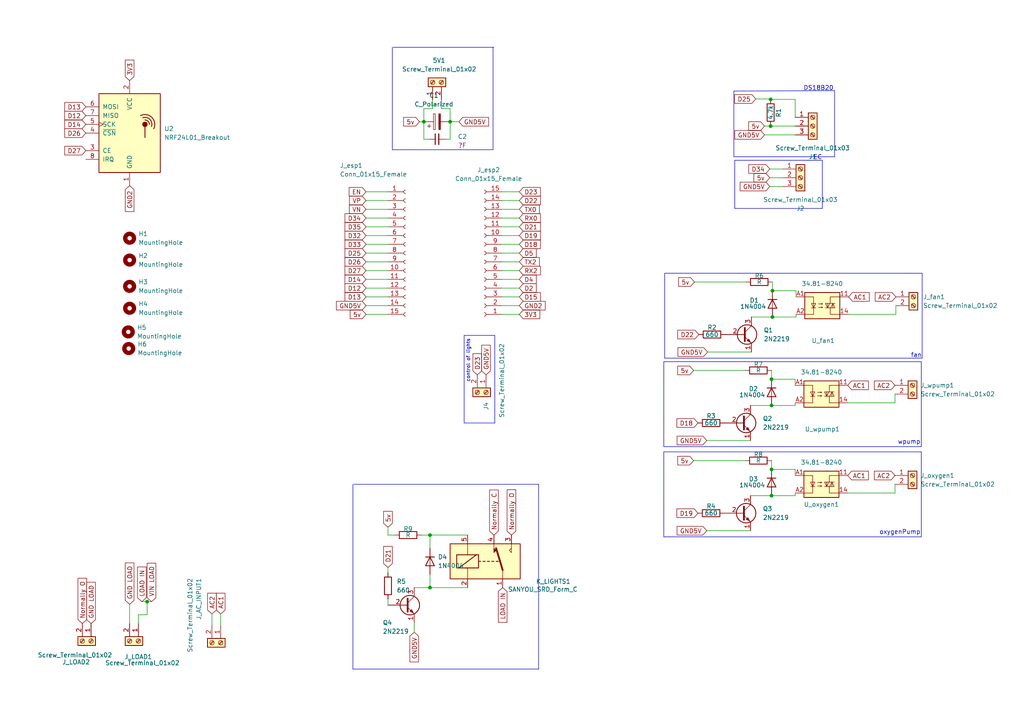
<source format=kicad_sch>
(kicad_sch (version 20230121) (generator eeschema)
  (paper "A4")
  (lib_symbols
    (symbol "Connector:Conn_01x15_Female" (pin_names (offset 1.016) hide)
      (property "Reference" "J" (at 0 20.32 0))
      (property "Value" "Conn_01x15_Female" (at 0 -20.32 0))
      (symbol "Conn_01x15_Female_1_1"
        (arc (start 0 -17.272) (mid -0.5058 -17.78) (end 0 -18.288) (stroke (width 0.1524)))
        (arc (start 0 -14.732) (mid -0.5058 -15.24) (end 0 -15.748) (stroke (width 0.1524)))
        (arc (start 0 -12.192) (mid -0.5058 -12.7) (end 0 -13.208) (stroke (width 0.1524)))
        (arc (start 0 -9.652) (mid -0.5058 -10.16) (end 0 -10.668) (stroke (width 0.1524)))
        (arc (start 0 -7.112) (mid -0.5058 -7.62) (end 0 -8.128) (stroke (width 0.1524)))
        (arc (start 0 -4.572) (mid -0.5058 -5.08) (end 0 -5.588) (stroke (width 0.1524)))
        (arc (start 0 -2.032) (mid -0.5058 -2.54) (end 0 -3.048) (stroke (width 0.1524)))
        (polyline (pts (xy -1.27 -17.78) (xy -0.508 -17.78)) (stroke (width 0.1524)))
        (polyline (pts (xy -1.27 -15.24) (xy -0.508 -15.24)) (stroke (width 0.1524)))
        (polyline (pts (xy -1.27 -12.7) (xy -0.508 -12.7)) (stroke (width 0.1524)))
        (polyline (pts (xy -1.27 -10.16) (xy -0.508 -10.16)) (stroke (width 0.1524)))
        (polyline (pts (xy -1.27 -7.62) (xy -0.508 -7.62)) (stroke (width 0.1524)))
        (polyline (pts (xy -1.27 -5.08) (xy -0.508 -5.08)) (stroke (width 0.1524)))
        (polyline (pts (xy -1.27 -2.54) (xy -0.508 -2.54)) (stroke (width 0.1524)))
        (polyline (pts (xy -1.27 0) (xy -0.508 0)) (stroke (width 0.1524)))
        (polyline (pts (xy -1.27 2.54) (xy -0.508 2.54)) (stroke (width 0.1524)))
        (polyline (pts (xy -1.27 5.08) (xy -0.508 5.08)) (stroke (width 0.1524)))
        (polyline (pts (xy -1.27 7.62) (xy -0.508 7.62)) (stroke (width 0.1524)))
        (polyline (pts (xy -1.27 10.16) (xy -0.508 10.16)) (stroke (width 0.1524)))
        (polyline (pts (xy -1.27 12.7) (xy -0.508 12.7)) (stroke (width 0.1524)))
        (polyline (pts (xy -1.27 15.24) (xy -0.508 15.24)) (stroke (width 0.1524)))
        (polyline (pts (xy -1.27 17.78) (xy -0.508 17.78)) (stroke (width 0.1524)))
        (arc (start 0 0.508) (mid -0.5058 0) (end 0 -0.508) (stroke (width 0.1524)))
        (arc (start 0 3.048) (mid -0.5058 2.54) (end 0 2.032) (stroke (width 0.1524)))
        (arc (start 0 5.588) (mid -0.5058 5.08) (end 0 4.572) (stroke (width 0.1524)))
        (arc (start 0 8.128) (mid -0.5058 7.62) (end 0 7.112) (stroke (width 0.1524)))
        (arc (start 0 10.668) (mid -0.5058 10.16) (end 0 9.652) (stroke (width 0.1524)))
        (arc (start 0 13.208) (mid -0.5058 12.7) (end 0 12.192) (stroke (width 0.1524)))
        (arc (start 0 15.748) (mid -0.5058 15.24) (end 0 14.732) (stroke (width 0.1524)))
        (arc (start 0 18.288) (mid -0.5058 17.78) (end 0 17.272) (stroke (width 0.1524)))
        (pin passive line (at -5.08 17.78 0) (length 3.81) (name "Pin_1") (number "1"))
        (pin passive line (at -5.08 -5.08 0) (length 3.81) (name "Pin_10") (number "10"))
        (pin passive line (at -5.08 -7.62 0) (length 3.81) (name "Pin_11") (number "11"))
        (pin passive line (at -5.08 -10.16 0) (length 3.81) (name "Pin_12") (number "12"))
        (pin passive line (at -5.08 -12.7 0) (length 3.81) (name "Pin_13") (number "13"))
        (pin passive line (at -5.08 -15.24 0) (length 3.81) (name "Pin_14") (number "14"))
        (pin passive line (at -5.08 -17.78 0) (length 3.81) (name "Pin_15") (number "15"))
        (pin passive line (at -5.08 15.24 0) (length 3.81) (name "Pin_2") (number "2"))
        (pin passive line (at -5.08 12.7 0) (length 3.81) (name "Pin_3") (number "3"))
        (pin passive line (at -5.08 10.16 0) (length 3.81) (name "Pin_4") (number "4"))
        (pin passive line (at -5.08 7.62 0) (length 3.81) (name "Pin_5") (number "5"))
        (pin passive line (at -5.08 5.08 0) (length 3.81) (name "Pin_6") (number "6"))
        (pin passive line (at -5.08 2.54 0) (length 3.81) (name "Pin_7") (number "7"))
        (pin passive line (at -5.08 0 0) (length 3.81) (name "Pin_8") (number "8"))
        (pin passive line (at -5.08 -2.54 0) (length 3.81) (name "Pin_9") (number "9"))
      )
    )
    (symbol "Connector:Screw_Terminal_01x02" (pin_names (offset 1.016) hide)
      (property "Reference" "J" (at 0 2.54 0))
      (property "Value" "Screw_Terminal_01x02" (at 0 -5.08 0))
      (symbol "Screw_Terminal_01x02_1_1"
        (rectangle (start -1.27 1.27) (end 1.27 -3.81) (stroke (width 0.254)) (fill (type background)))
        (circle (center 0 -2.54) (radius 0.635) (stroke (width 0.1524)))
        (polyline (pts (xy -0.5334 -2.2098) (xy 0.3302 -3.048)) (stroke (width 0.1524)))
        (polyline (pts (xy -0.5334 0.3302) (xy 0.3302 -0.508)) (stroke (width 0.1524)))
        (polyline (pts (xy -0.3556 -2.032) (xy 0.508 -2.8702)) (stroke (width 0.1524)))
        (polyline (pts (xy -0.3556 0.508) (xy 0.508 -0.3302)) (stroke (width 0.1524)))
        (circle (center 0 0) (radius 0.635) (stroke (width 0.1524)))
        (pin passive line (at -5.08 0 0) (length 3.81) (name "Pin_1") (number "1"))
        (pin passive line (at -5.08 -2.54 0) (length 3.81) (name "Pin_2") (number "2"))
      )
    )
    (symbol "Connector:Screw_Terminal_01x03" (pin_names (offset 1.016) hide)
      (property "Reference" "J" (at 0 5.08 0))
      (property "Value" "Screw_Terminal_01x03" (at 0 -5.08 0))
      (symbol "Screw_Terminal_01x03_1_1"
        (rectangle (start -1.27 3.81) (end 1.27 -3.81) (stroke (width 0.254)) (fill (type background)))
        (circle (center 0 -2.54) (radius 0.635) (stroke (width 0.1524)))
        (polyline (pts (xy -0.5334 -2.2098) (xy 0.3302 -3.048)) (stroke (width 0.1524)))
        (polyline (pts (xy -0.5334 0.3302) (xy 0.3302 -0.508)) (stroke (width 0.1524)))
        (polyline (pts (xy -0.5334 2.8702) (xy 0.3302 2.032)) (stroke (width 0.1524)))
        (polyline (pts (xy -0.3556 -2.032) (xy 0.508 -2.8702)) (stroke (width 0.1524)))
        (polyline (pts (xy -0.3556 0.508) (xy 0.508 -0.3302)) (stroke (width 0.1524)))
        (polyline (pts (xy -0.3556 3.048) (xy 0.508 2.2098)) (stroke (width 0.1524)))
        (circle (center 0 0) (radius 0.635) (stroke (width 0.1524)))
        (circle (center 0 2.54) (radius 0.635) (stroke (width 0.1524)))
        (pin passive line (at -5.08 2.54 0) (length 3.81) (name "Pin_1") (number "1"))
        (pin passive line (at -5.08 0 0) (length 3.81) (name "Pin_2") (number "2"))
        (pin passive line (at -5.08 -2.54 0) (length 3.81) (name "Pin_3") (number "3"))
      )
    )
    (symbol "Device:C_Polarized" (pin_numbers hide) (pin_names (offset 0.254))
      (property "Reference" "C" (at 0.635 2.54 0))
      (property "Value" "C_Polarized" (at 0.635 -2.54 0))
      (symbol "C_Polarized_0_1"
        (rectangle (start -2.286 0.508) (end 2.286 1.016))
        (polyline (pts (xy -1.778 2.286) (xy -0.762 2.286)))
        (polyline (pts (xy -1.27 2.794) (xy -1.27 1.778)))
        (rectangle (start 2.286 -0.508) (end -2.286 -1.016) (fill (type outline)))
      )
      (symbol "C_Polarized_1_1"
        (pin passive line (at 0 3.81 270) (length 2.794) (name "~") (number "1"))
        (pin passive line (at 0 -3.81 90) (length 2.794) (name "~") (number "2"))
      )
    )
    (symbol "Device:R" (pin_numbers hide) (pin_names (offset 0))
      (property "Reference" "R" (at 2.032 0 90))
      (property "Value" "R" (at 0 0 90))
      (symbol "R_0_1"
        (rectangle (start -1.016 -2.54) (end 1.016 2.54) (stroke (width 0.254)))
      )
      (symbol "R_1_1"
        (pin passive line (at 0 3.81 270) (length 1.27) (name "~") (number "1"))
        (pin passive line (at 0 -3.81 90) (length 1.27) (name "~") (number "2"))
      )
    )
    (symbol "Diode:1N4004" (pin_numbers hide) (pin_names hide)
      (property "Reference" "D" (at 0 2.54 0))
      (property "Value" "1N4004" (at 0 -2.54 0))
      (symbol "1N4004_0_1"
        (polyline (pts (xy -1.27 1.27) (xy -1.27 -1.27)) (stroke (width 0.254)))
        (polyline (pts (xy 1.27 0) (xy -1.27 0)))
        (polyline (pts (xy 1.27 1.27) (xy 1.27 -1.27) (xy -1.27 0) (xy 1.27 1.27)) (stroke (width 0.254)))
      )
      (symbol "1N4004_1_1"
        (pin passive line (at -3.81 0 0) (length 2.54) (name "K") (number "1"))
        (pin passive line (at 3.81 0 180) (length 2.54) (name "A") (number "2"))
      )
    )
    (symbol "Mechanical:MountingHole" (pin_names (offset 1.016))
      (property "Reference" "H" (at 0 5.08 0))
      (property "Value" "MountingHole" (at 0 3.175 0))
      (symbol "MountingHole_0_1"
        (circle (center 0 0) (radius 1.27) (stroke (width 1.27)))
      )
    )
    (symbol "PCM_4ms_Capacitor:C_Generic" (pin_numbers hide) (pin_names (offset 0.254) hide)
      (property "Reference" "C" (at 1.905 1.016 0))
      (property "Display" "?F" (at 1.905 -1.27 0))
      (symbol "C_Generic_0_1"
        (polyline (pts (xy -1.524 -0.508) (xy 1.524 -0.508)) (stroke (width 0.3302)))
        (polyline (pts (xy -1.524 0.508) (xy 1.524 0.508)) (stroke (width 0.3048)))
      )
      (symbol "C_Generic_1_1"
        (pin passive line (at 0 2.54 270) (length 2.032) (name "~") (number "1"))
        (pin passive line (at 0 -2.54 90) (length 2.032) (name "~") (number "2"))
      )
    )
    (symbol "RF:NRF24L01_Breakout" (pin_names (offset 1.016))
      (property "Reference" "U" (at -8.89 12.7 0))
      (property "Value" "NRF24L01_Breakout" (at 3.81 12.7 0))
      (symbol "NRF24L01_Breakout_0_1"
        (rectangle (start -8.89 11.43) (end 8.89 -11.43) (stroke (width 0.254)) (fill (type background)))
        (polyline (pts (xy 4.445 1.905) (xy 4.445 -1.27)) (stroke (width 0.254)))
        (circle (center 4.445 2.54) (radius 0.635) (stroke (width 0.254)) (fill (type outline)))
        (arc (start 5.715 2.54) (mid 5.3521 3.4546) (end 4.445 3.81) (stroke (width 0.254)))
        (arc (start 6.35 1.905) (mid 5.8763 3.9854) (end 3.81 4.445) (stroke (width 0.254)))
        (arc (start 6.985 1.27) (mid 6.453 4.548) (end 3.175 5.08) (stroke (width 0.254)))
      )
      (symbol "NRF24L01_Breakout_1_1"
        (pin power_in line (at 0 -15.24 90) (length 3.81) (name "GND") (number "1"))
        (pin power_in line (at 0 15.24 270) (length 3.81) (name "VCC") (number "2"))
        (pin input line (at -12.7 -5.08 0) (length 3.81) (name "CE") (number "3"))
        (pin input line (at -12.7 0 0) (length 3.81) (name "~{CSN}") (number "4"))
        (pin input clock (at -12.7 2.54 0) (length 3.81) (name "SCK") (number "5"))
        (pin input line (at -12.7 7.62 0) (length 3.81) (name "MOSI") (number "6"))
        (pin output line (at -12.7 5.08 0) (length 3.81) (name "MISO") (number "7"))
        (pin output line (at -12.7 -7.62 0) (length 3.81) (name "IRQ") (number "8"))
      )
    )
    (symbol "Relay:SANYOU_SRD_Form_C"
      (property "Reference" "K" (at 11.43 3.81 0))
      (property "Value" "SANYOU_SRD_Form_C" (at 11.43 1.27 0))
      (symbol "SANYOU_SRD_Form_C_0_0"
        (polyline (pts (xy 7.62 5.08) (xy 7.62 2.54) (xy 6.985 3.175) (xy 7.62 3.81)))
      )
      (symbol "SANYOU_SRD_Form_C_0_1"
        (rectangle (start -10.16 5.08) (end 10.16 -5.08) (stroke (width 0.254)) (fill (type background)))
        (rectangle (start -8.255 1.905) (end -1.905 -1.905) (stroke (width 0.254)))
        (polyline (pts (xy -7.62 -1.905) (xy -2.54 1.905)) (stroke (width 0.254)))
        (polyline (pts (xy -5.08 -5.08) (xy -5.08 -1.905)))
        (polyline (pts (xy -5.08 5.08) (xy -5.08 1.905)))
        (polyline (pts (xy -1.905 0) (xy -1.27 0)) (stroke (width 0.254)))
        (polyline (pts (xy -0.635 0) (xy 0 0)) (stroke (width 0.254)))
        (polyline (pts (xy 0.635 0) (xy 1.27 0)) (stroke (width 0.254)))
        (polyline (pts (xy 1.905 0) (xy 2.54 0)) (stroke (width 0.254)))
        (polyline (pts (xy 3.175 0) (xy 3.81 0)) (stroke (width 0.254)))
        (polyline (pts (xy 5.08 -2.54) (xy 3.175 3.81)) (stroke (width 0.508)))
        (polyline (pts (xy 5.08 -2.54) (xy 5.08 -5.08)))
      )
      (symbol "SANYOU_SRD_Form_C_1_1"
        (polyline (pts (xy 2.54 3.81) (xy 3.175 3.175) (xy 2.54 2.54) (xy 2.54 5.08)) (fill (type outline)))
        (pin passive line (at 5.08 -7.62 90) (length 2.54) (name "~") (number "1"))
        (pin passive line (at -5.08 -7.62 90) (length 2.54) (name "~") (number "2"))
        (pin passive line (at 7.62 7.62 270) (length 2.54) (name "~") (number "3"))
        (pin passive line (at 2.54 7.62 270) (length 2.54) (name "~") (number "4"))
        (pin passive line (at -5.08 7.62 270) (length 2.54) (name "~") (number "5"))
      )
    )
    (symbol "Relay_SolidState:34.81-8240"
      (property "Reference" "U" (at -5.08 5.08 0))
      (property "Value" "34.81-8240" (at 0 5.08 0))
      (symbol "34.81-8240_0_1"
        (rectangle (start -5.08 3.81) (end 5.08 -3.81) (stroke (width 0.254)) (fill (type background)))
        (polyline (pts (xy -3.175 -0.635) (xy -1.905 -0.635)))
        (polyline (pts (xy 1.524 -0.635) (xy 1.524 0.635)))
        (polyline (pts (xy 3.048 0.635) (xy 3.048 -0.635)))
        (polyline (pts (xy 2.286 -0.635) (xy 2.286 -2.54) (xy 5.08 -2.54)))
        (polyline (pts (xy 2.286 0.635) (xy 2.286 2.54) (xy 5.08 2.54)))
        (polyline (pts (xy -5.08 2.54) (xy -2.54 2.54) (xy -2.54 -2.54) (xy -5.08 -2.54)))
        (polyline (pts (xy -2.54 -0.635) (xy -3.175 0.635) (xy -1.905 0.635) (xy -2.54 -0.635)))
        (polyline (pts (xy 0.889 -0.635) (xy 3.683 -0.635) (xy 3.048 0.635) (xy 2.413 -0.635)))
        (polyline (pts (xy 3.683 0.635) (xy 0.889 0.635) (xy 1.524 -0.635) (xy 2.159 0.635)))
        (polyline (pts (xy -1.143 -0.508) (xy 0.127 -0.508) (xy -0.254 -0.635) (xy -0.254 -0.381) (xy 0.127 -0.508)))
        (polyline (pts (xy -1.143 0.508) (xy 0.127 0.508) (xy -0.254 0.381) (xy -0.254 0.635) (xy 0.127 0.508)))
      )
      (symbol "34.81-8240_1_1"
        (pin passive line (at 7.62 2.54 180) (length 2.54) (name "~") (number "11"))
        (pin passive line (at 7.62 -2.54 180) (length 2.54) (name "~") (number "14"))
        (pin passive line (at -7.62 2.54 0) (length 2.54) (name "~") (number "A1"))
        (pin passive line (at -7.62 -2.54 0) (length 2.54) (name "~") (number "A2"))
      )
    )
    (symbol "Transistor_BJT:2N2219" (pin_names (offset 0) hide)
      (property "Reference" "Q" (at 5.08 1.905 0))
      (property "Value" "2N2219" (at 5.08 0 0))
      (symbol "2N2219_0_1"
        (polyline (pts (xy 0.635 0.635) (xy 2.54 2.54)))
        (polyline (pts (xy 0.635 -0.635) (xy 2.54 -2.54) (xy 2.54 -2.54)))
        (polyline (pts (xy 0.635 1.905) (xy 0.635 -1.905) (xy 0.635 -1.905)) (stroke (width 0.508)))
        (polyline (pts (xy 1.27 -1.778) (xy 1.778 -1.27) (xy 2.286 -2.286) (xy 1.27 -1.778) (xy 1.27 -1.778)) (fill (type outline)))
        (circle (center 1.27 0) (radius 2.8194) (stroke (width 0.254)))
      )
      (symbol "2N2219_1_1"
        (pin passive line (at 2.54 -5.08 90) (length 2.54) (name "E") (number "1"))
        (pin passive line (at -5.08 0 0) (length 5.715) (name "B") (number "2"))
        (pin passive line (at 2.54 5.08 270) (length 2.54) (name "C") (number "3"))
      )
    )
  )
  (junction (at 124.714 170.434))
  (junction (at 224.028 91.948))
  (junction (at 42.672 174.498))
  (junction (at 124.714 155.194))
  (junction (at 223.52 28.829))
  (junction (at 224.028 84.328))
  (junction (at 223.52 36.576))
  (junction (at 130.556 35.306))
  (junction (at 122.936 35.306))
  (junction (at 223.774 117.602))
  (junction (at 223.774 136.144))
  (junction (at 223.774 109.982))
  (junction (at 223.774 143.764))
  (polyline (pts (xy 267.208 104.902) (xy 192.532 104.902)))
  (wire (pts (xy 125.476 31.496) (xy 122.936 31.496)))
  (wire (pts (xy 201.168 133.604) (xy 216.154 133.604)))
  (wire (pts (xy 230.632 34.036) (xy 230.632 28.829)))
  (polyline (pts (xy 267.208 129.54) (xy 267.208 104.902)))
  (wire (pts (xy 145.542 88.646) (xy 150.622 88.646)))
  (wire (pts (xy 204.978 127.762) (xy 217.678 127.762)))
  (wire (pts (xy 42.672 178.308) (xy 42.672 174.498)))
  (polyline (pts (xy 238.506 46.482) (xy 233.426 46.482)))
  (wire (pts (xy 224.028 91.948) (xy 230.886 91.948)))
  (wire (pts (xy 145.542 86.106) (xy 150.622 86.106)))
  (wire (pts (xy 106.172 81.026) (xy 112.522 81.026)))
  (wire (pts (xy 224.028 81.788) (xy 224.028 84.328)))
  (wire (pts (xy 106.172 78.486) (xy 112.522 78.486)))
  (wire (pts (xy 145.542 58.166) (xy 150.622 58.166)))
  (wire (pts (xy 41.148 174.498) (xy 42.672 174.498)))
  (polyline (pts (xy 242.062 26.289) (xy 242.062 45.466)))
  (wire (pts (xy 61.468 181.356) (xy 61.468 178.054)))
  (wire (pts (xy 227.076 54.102) (xy 223.266 54.102)))
  (polyline (pts (xy 192.532 104.902) (xy 192.532 129.54)))
  (wire (pts (xy 201.168 107.442) (xy 216.154 107.442)))
  (wire (pts (xy 124.714 166.624) (xy 124.714 170.434)))
  (polyline (pts (xy 212.852 26.416) (xy 242.062 26.289)))
  (polyline (pts (xy 143.002 13.716) (xy 143.002 43.434)))
  (wire (pts (xy 130.556 31.496) (xy 130.556 35.306)))
  (wire (pts (xy 219.202 28.702) (xy 223.52 28.702)))
  (wire (pts (xy 145.542 65.786) (xy 150.622 65.786)))
  (wire (pts (xy 223.52 36.449) (xy 223.52 36.576)))
  (polyline (pts (xy 237.236 46.482) (xy 213.106 46.482)))
  (wire (pts (xy 145.542 73.406) (xy 150.622 73.406)))
  (wire (pts (xy 145.542 55.626) (xy 150.622 55.626)))
  (wire (pts (xy 205.232 102.108) (xy 217.932 102.108)))
  (wire (pts (xy 223.52 28.702) (xy 223.52 28.829)))
  (wire (pts (xy 106.172 91.186) (xy 112.522 91.186)))
  (wire (pts (xy 223.774 109.982) (xy 230.632 109.982)))
  (polyline (pts (xy 213.106 46.482) (xy 213.106 60.452)))
  (wire (pts (xy 106.172 88.646) (xy 112.522 88.646)))
  (polyline (pts (xy 113.792 13.716) (xy 113.792 43.434)))
  (wire (pts (xy 223.774 136.144) (xy 230.632 136.144)))
  (wire (pts (xy 227.076 49.022) (xy 223.266 49.022)))
  (wire (pts (xy 124.714 159.004) (xy 124.714 155.194)))
  (wire (pts (xy 217.678 143.764) (xy 223.774 143.764)))
  (wire (pts (xy 129.286 40.386) (xy 130.556 40.386)))
  (wire (pts (xy 223.774 107.442) (xy 223.774 109.982)))
  (wire (pts (xy 112.522 155.194) (xy 114.554 155.194)))
  (polyline (pts (xy 212.852 45.466) (xy 212.852 26.416)))
  (wire (pts (xy 230.632 39.116) (xy 221.742 39.116)))
  (polyline (pts (xy 156.21 140.462) (xy 156.21 194.056)))
  (polyline (pts (xy 267.208 129.54) (xy 192.532 129.54)))
  (wire (pts (xy 40.132 178.308) (xy 42.672 178.308)))
  (wire (pts (xy 145.542 70.866) (xy 150.622 70.866)))
  (wire (pts (xy 230.886 91.948) (xy 230.886 91.186)))
  (wire (pts (xy 122.936 40.386) (xy 124.206 40.386)))
  (wire (pts (xy 223.774 117.602) (xy 230.632 117.602)))
  (wire (pts (xy 217.678 117.602) (xy 223.774 117.602)))
  (wire (pts (xy 227.076 51.562) (xy 223.266 51.562)))
  (wire (pts (xy 230.632 143.764) (xy 230.632 143.002)))
  (wire (pts (xy 106.172 70.866) (xy 112.522 70.866)))
  (wire (pts (xy 122.936 35.306) (xy 122.936 40.386)))
  (wire (pts (xy 230.632 136.144) (xy 230.632 137.922)))
  (wire (pts (xy 106.172 73.406) (xy 112.522 73.406)))
  (wire (pts (xy 106.172 86.106) (xy 112.522 86.106)))
  (polyline (pts (xy 143.51 122.682) (xy 134.62 122.682)))
  (wire (pts (xy 133.096 35.306) (xy 130.556 35.306)))
  (wire (pts (xy 145.542 81.026) (xy 150.622 81.026)))
  (wire (pts (xy 224.028 84.328) (xy 230.886 84.328)))
  (polyline (pts (xy 267.208 155.702) (xy 192.532 155.702)))
  (polyline (pts (xy 143.51 97.282) (xy 134.62 97.282)))
  (polyline (pts (xy 192.786 79.248) (xy 192.786 103.886)))
  (wire (pts (xy 246.126 91.186) (xy 259.842 91.186)))
  (wire (pts (xy 106.172 75.946) (xy 112.522 75.946)))
  (wire (pts (xy 223.774 133.604) (xy 223.774 136.144)))
  (polyline (pts (xy 267.462 103.886) (xy 267.462 79.248)))
  (wire (pts (xy 112.522 173.736) (xy 112.522 175.514)))
  (wire (pts (xy 128.016 28.956) (xy 128.016 31.496)))
  (wire (pts (xy 120.142 180.594) (xy 120.142 183.388)))
  (wire (pts (xy 259.842 91.186) (xy 259.842 88.646)))
  (wire (pts (xy 223.52 29.21) (xy 223.52 28.829)))
  (polyline (pts (xy 134.62 122.682) (xy 134.62 97.282)))
  (wire (pts (xy 230.886 84.328) (xy 230.886 86.106)))
  (polyline (pts (xy 102.362 140.462) (xy 102.362 194.056)))
  (wire (pts (xy 124.714 170.434) (xy 135.636 170.434)))
  (polyline (pts (xy 213.106 60.452) (xy 238.506 60.452)))
  (wire (pts (xy 106.172 83.566) (xy 112.522 83.566)))
  (polyline (pts (xy 114.046 13.716) (xy 143.256 13.716)))
  (wire (pts (xy 106.172 68.326) (xy 112.522 68.326)))
  (wire (pts (xy 37.592 175.26) (xy 37.592 180.848)))
  (wire (pts (xy 42.672 174.498) (xy 43.942 174.498)))
  (polyline (pts (xy 267.462 79.248) (xy 192.786 79.248)))
  (polyline (pts (xy 156.21 194.056) (xy 102.362 194.056)))
  (wire (pts (xy 64.008 181.356) (xy 64.008 178.054)))
  (polyline (pts (xy 267.208 155.702) (xy 267.208 131.064)))
  (polyline (pts (xy 143.002 43.434) (xy 113.792 43.434)))
  (wire (pts (xy 121.666 35.306) (xy 122.936 35.306)))
  (wire (pts (xy 145.542 78.486) (xy 150.622 78.486)))
  (wire (pts (xy 120.142 170.434) (xy 124.714 170.434)))
  (wire (pts (xy 259.588 116.84) (xy 259.588 114.3)))
  (wire (pts (xy 223.774 143.764) (xy 230.632 143.764)))
  (polyline (pts (xy 267.462 103.886) (xy 192.786 103.886)))
  (wire (pts (xy 106.172 63.246) (xy 112.522 63.246)))
  (polyline (pts (xy 102.616 140.462) (xy 156.21 140.462)))
  (wire (pts (xy 145.542 75.946) (xy 150.622 75.946)))
  (wire (pts (xy 130.556 40.386) (xy 130.556 35.306)))
  (wire (pts (xy 201.422 81.788) (xy 216.408 81.788)))
  (wire (pts (xy 40.132 178.308) (xy 40.132 180.848)))
  (wire (pts (xy 106.172 65.786) (xy 112.522 65.786)))
  (polyline (pts (xy 192.532 131.064) (xy 192.532 155.702)))
  (wire (pts (xy 245.872 116.84) (xy 259.588 116.84)))
  (wire (pts (xy 112.522 164.592) (xy 112.522 166.116)))
  (wire (pts (xy 128.016 31.496) (xy 130.556 31.496)))
  (polyline (pts (xy 238.506 60.452) (xy 238.506 46.482)))
  (polyline (pts (xy 242.062 45.466) (xy 212.852 45.466)))
  (wire (pts (xy 106.172 55.626) (xy 112.522 55.626)))
  (wire (pts (xy 259.588 143.002) (xy 259.588 140.462)))
  (wire (pts (xy 230.632 109.982) (xy 230.632 111.76)))
  (wire (pts (xy 106.172 60.706) (xy 112.522 60.706)))
  (wire (pts (xy 145.542 83.566) (xy 150.622 83.566)))
  (wire (pts (xy 204.978 153.924) (xy 217.678 153.924)))
  (wire (pts (xy 145.542 68.326) (xy 150.622 68.326)))
  (wire (pts (xy 122.174 155.194) (xy 124.714 155.194)))
  (wire (pts (xy 106.172 58.166) (xy 112.522 58.166)))
  (wire (pts (xy 245.872 143.002) (xy 259.588 143.002)))
  (wire (pts (xy 230.632 117.602) (xy 230.632 116.84)))
  (wire (pts (xy 145.542 91.186) (xy 150.622 91.186)))
  (wire (pts (xy 112.522 152.908) (xy 112.522 155.194)))
  (wire (pts (xy 230.632 28.829) (xy 223.52 28.829)))
  (wire (pts (xy 145.542 60.706) (xy 150.622 60.706)))
  (polyline (pts (xy 267.208 131.064) (xy 192.532 131.064)))
  (wire (pts (xy 122.936 31.496) (xy 122.936 35.306)))
  (wire (pts (xy 124.714 155.194) (xy 135.636 155.194)))
  (wire (pts (xy 230.632 36.576) (xy 223.52 36.576)))
  (polyline (pts (xy 143.51 97.282) (xy 143.51 122.682)))
  (wire (pts (xy 145.542 63.246) (xy 150.622 63.246)))
  (wire (pts (xy 217.932 91.948) (xy 224.028 91.948)))
  (wire (pts (xy 125.476 28.956) (xy 125.476 31.496)))
  (wire (pts (xy 223.52 36.576) (xy 221.742 36.576)))
  (text "EC" (at 238.506 46.482 0) (effects (font (size 1.27 1.27)) (justify right bottom)))
  (text "DS18B20" (at 241.808 26.416 0) (effects (font (size 1.27 1.27)) (justify right bottom)))
  (text "oxygenPump\n" (at 255.016 155.194 0) (effects (font (size 1.27 1.27)) (justify left bottom)))
  (text "fan" (at 264.16 103.886 0) (effects (font (size 1.27 1.27)) (justify left bottom)))
  (text "wpump" (at 260.35 129.032 0) (effects (font (size 1.27 1.27)) (justify left bottom)))
  (text "control of lights" (at 136.398 98.298 90) (effects (font (size 1 1)) (justify right bottom)))
  (global_label "D22" (shape input) (at 150.622 58.166 0) (property "Intersheetrefs" "${INTERSHEET_REFS}" (effects hide)))
  (global_label "D14" (shape input) (at 24.892 36.068 180) (property "Intersheetrefs" "${INTERSHEET_REFS}" (effects hide)))
  (global_label "5v" (shape input) (at 106.172 91.186 180) (property "Intersheetrefs" "${INTERSHEET_REFS}" (effects hide)))
  (global_label "AC2" (shape input) (at 259.842 86.106 180) (property "Intersheetrefs" "${INTERSHEET_REFS}" (effects hide)))
  (global_label "AC2" (shape input) (at 61.468 178.054 90) (property "Intersheetrefs" "${INTERSHEET_REFS}" (effects hide)))
  (global_label "TX2" (shape input) (at 150.622 75.946 0) (property "Intersheetrefs" "${INTERSHEET_REFS}" (effects hide)))
  (global_label "D4" (shape input) (at 150.622 81.026 0) (property "Intersheetrefs" "${INTERSHEET_REFS}" (effects hide)))
  (global_label "D23" (shape input) (at 150.622 55.626 0) (property "Intersheetrefs" "${INTERSHEET_REFS}" (effects hide)))
  (global_label "GND5V" (shape input) (at 120.142 183.388 270) (property "Intersheetrefs" "${INTERSHEET_REFS}" (effects hide)))
  (global_label "D34" (shape input) (at 106.172 63.246 180) (property "Intersheetrefs" "${INTERSHEET_REFS}" (effects hide)))
  (global_label "AC2" (shape input) (at 259.588 111.76 180) (property "Intersheetrefs" "${INTERSHEET_REFS}" (effects hide)))
  (global_label "GND5V" (shape input) (at 106.172 88.646 180) (property "Intersheetrefs" "${INTERSHEET_REFS}" (effects hide)))
  (global_label "D25" (shape input) (at 219.202 28.702 180) (property "Intersheetrefs" "${INTERSHEET_REFS}" (effects hide)))
  (global_label "D35" (shape input) (at 106.172 65.786 180) (property "Intersheetrefs" "${INTERSHEET_REFS}" (effects hide)))
  (global_label "D14" (shape input) (at 106.172 81.026 180) (property "Intersheetrefs" "${INTERSHEET_REFS}" (effects hide)))
  (global_label "Normally O" (shape input) (at 23.876 180.848 90) (property "Intersheetrefs" "${INTERSHEET_REFS}" (effects hide)))
  (global_label "D21" (shape input) (at 112.522 164.592 90) (property "Intersheetrefs" "${INTERSHEET_REFS}" (effects hide)))
  (global_label "LOAD IN" (shape input) (at 145.796 170.434 270) (property "Intersheetrefs" "${INTERSHEET_REFS}" (effects hide)))
  (global_label "5v" (shape input) (at 201.168 107.442 180) (property "Intersheetrefs" "${INTERSHEET_REFS}" (effects hide)))
  (global_label "5v" (shape input) (at 121.666 35.306 180) (property "Intersheetrefs" "${INTERSHEET_REFS}" (effects hide)))
  (global_label "D19" (shape input) (at 150.622 68.326 0) (property "Intersheetrefs" "${INTERSHEET_REFS}" (effects hide)))
  (global_label "D27" (shape input) (at 106.172 78.486 180) (property "Intersheetrefs" "${INTERSHEET_REFS}" (effects hide)))
  (global_label "RX0" (shape input) (at 150.622 63.246 0) (property "Intersheetrefs" "${INTERSHEET_REFS}" (effects hide)))
  (global_label "D23" (shape input) (at 138.43 108.712 90) (property "Intersheetrefs" "${INTERSHEET_REFS}" (effects hide)))
  (global_label "D12" (shape input) (at 106.172 83.566 180) (property "Intersheetrefs" "${INTERSHEET_REFS}" (effects hide)))
  (global_label "GND5V" (shape input) (at 204.978 127.762 180) (property "Intersheetrefs" "${INTERSHEET_REFS}" (effects hide)))
  (global_label "D32" (shape input) (at 106.172 68.326 180) (property "Intersheetrefs" "${INTERSHEET_REFS}" (effects hide)))
  (global_label "Normally C" (shape input) (at 143.256 155.194 90) (property "Intersheetrefs" "${INTERSHEET_REFS}" (effects hide)))
  (global_label "VP" (shape input) (at 106.172 58.166 180) (property "Intersheetrefs" "${INTERSHEET_REFS}" (effects hide)))
  (global_label "AC1" (shape input) (at 245.872 111.76 0) (property "Intersheetrefs" "${INTERSHEET_REFS}" (effects hide)))
  (global_label "D25" (shape input) (at 106.172 73.406 180) (property "Intersheetrefs" "${INTERSHEET_REFS}" (effects hide)))
  (global_label "VN" (shape input) (at 106.172 60.706 180) (property "Intersheetrefs" "${INTERSHEET_REFS}" (effects hide)))
  (global_label "D19" (shape input) (at 202.438 148.844 180) (property "Intersheetrefs" "${INTERSHEET_REFS}" (effects hide)))
  (global_label "GND2" (shape input) (at 150.622 88.646 0) (property "Intersheetrefs" "${INTERSHEET_REFS}" (effects hide)))
  (global_label "GND5V" (shape input) (at 221.742 39.116 180) (property "Intersheetrefs" "${INTERSHEET_REFS}" (effects hide)))
  (global_label "GND2" (shape input) (at 37.592 53.848 270) (property "Intersheetrefs" "${INTERSHEET_REFS}" (effects hide)))
  (global_label "5v" (shape input) (at 221.742 36.576 180) (property "Intersheetrefs" "${INTERSHEET_REFS}" (effects hide)))
  (global_label "D22" (shape input) (at 202.692 97.028 180) (property "Intersheetrefs" "${INTERSHEET_REFS}" (effects hide)))
  (global_label "D12" (shape input) (at 24.892 33.528 180) (property "Intersheetrefs" "${INTERSHEET_REFS}" (effects hide)))
  (global_label "5v" (shape input) (at 201.168 133.604 180) (property "Intersheetrefs" "${INTERSHEET_REFS}" (effects hide)))
  (global_label "D18" (shape input) (at 150.622 70.866 0) (property "Intersheetrefs" "${INTERSHEET_REFS}" (effects hide)))
  (global_label "D18" (shape input) (at 202.438 122.682 180) (property "Intersheetrefs" "${INTERSHEET_REFS}" (effects hide)))
  (global_label "D15" (shape input) (at 150.622 86.106 0) (property "Intersheetrefs" "${INTERSHEET_REFS}" (effects hide)))
  (global_label "EN" (shape input) (at 106.172 55.626 180) (property "Intersheetrefs" "${INTERSHEET_REFS}" (effects hide)))
  (global_label "GND LOAD" (shape input) (at 26.416 180.848 90) (property "Intersheetrefs" "${INTERSHEET_REFS}" (effects hide)))
  (global_label "D13" (shape input) (at 24.892 30.988 180) (property "Intersheetrefs" "${INTERSHEET_REFS}" (effects hide)))
  (global_label "GND5V" (shape input) (at 204.978 153.924 180) (property "Intersheetrefs" "${INTERSHEET_REFS}" (effects hide)))
  (global_label "GND5V" (shape input) (at 205.232 102.108 180) (property "Intersheetrefs" "${INTERSHEET_REFS}" (effects hide)))
  (global_label "AC1" (shape input) (at 246.126 86.106 0) (property "Intersheetrefs" "${INTERSHEET_REFS}" (effects hide)))
  (global_label "3V3" (shape input) (at 37.592 23.368 90) (property "Intersheetrefs" "${INTERSHEET_REFS}" (effects hide)))
  (global_label "D2" (shape input) (at 150.622 83.566 0) (property "Intersheetrefs" "${INTERSHEET_REFS}" (effects hide)))
  (global_label "3V3" (shape input) (at 150.622 91.186 0) (property "Intersheetrefs" "${INTERSHEET_REFS}" (effects hide)))
  (global_label "5v" (shape input) (at 223.266 51.562 180) (property "Intersheetrefs" "${INTERSHEET_REFS}" (effects hide)))
  (global_label "AC2" (shape input) (at 259.588 137.922 180) (property "Intersheetrefs" "${INTERSHEET_REFS}" (effects hide)))
  (global_label "Normally O" (shape input) (at 148.336 155.194 90) (property "Intersheetrefs" "${INTERSHEET_REFS}" (effects hide)))
  (global_label "GND5V" (shape input) (at 133.096 35.306 0) (property "Intersheetrefs" "${INTERSHEET_REFS}" (effects hide)))
  (global_label "D21" (shape input) (at 150.622 65.786 0) (property "Intersheetrefs" "${INTERSHEET_REFS}" (effects hide)))
  (global_label "GND5V" (shape input) (at 223.266 54.102 180) (property "Intersheetrefs" "${INTERSHEET_REFS}" (effects hide)))
  (global_label "D13" (shape input) (at 106.172 86.106 180) (property "Intersheetrefs" "${INTERSHEET_REFS}" (effects hide)))
  (global_label "GND LOAD" (shape input) (at 37.592 175.26 90) (property "Intersheetrefs" "${INTERSHEET_REFS}" (effects hide)))
  (global_label "TX0" (shape input) (at 150.622 60.706 0) (property "Intersheetrefs" "${INTERSHEET_REFS}" (effects hide)))
  (global_label "5v" (shape input) (at 112.522 152.908 90) (property "Intersheetrefs" "${INTERSHEET_REFS}" (effects hide)))
  (global_label "D27" (shape input) (at 24.892 43.688 180) (property "Intersheetrefs" "${INTERSHEET_REFS}" (effects hide)))
  (global_label "LOAD IN" (shape input) (at 41.148 174.498 90) (property "Intersheetrefs" "${INTERSHEET_REFS}" (effects hide)))
  (global_label "GND5V" (shape input) (at 140.97 108.712 90) (property "Intersheetrefs" "${INTERSHEET_REFS}" (effects hide)))
  (global_label "VIN LOAD" (shape input) (at 43.942 174.498 90) (property "Intersheetrefs" "${INTERSHEET_REFS}" (effects hide)))
  (global_label "D26" (shape input) (at 106.172 75.946 180) (property "Intersheetrefs" "${INTERSHEET_REFS}" (effects hide)))
  (global_label "5v" (shape input) (at 201.422 81.788 180) (property "Intersheetrefs" "${INTERSHEET_REFS}" (effects hide)))
  (global_label "D26" (shape input) (at 24.892 38.608 180) (property "Intersheetrefs" "${INTERSHEET_REFS}" (effects hide)))
  (global_label "D33" (shape input) (at 106.172 70.866 180) (property "Intersheetrefs" "${INTERSHEET_REFS}" (effects hide)))
  (global_label "AC1" (shape input) (at 245.872 137.922 0) (property "Intersheetrefs" "${INTERSHEET_REFS}" (effects hide)))
  (global_label "RX2" (shape input) (at 150.622 78.486 0) (property "Intersheetrefs" "${INTERSHEET_REFS}" (effects hide)))
  (global_label "D5" (shape input) (at 150.622 73.406 0) (property "Intersheetrefs" "${INTERSHEET_REFS}" (effects hide)))
  (global_label "D34" (shape input) (at 223.266 49.022 180) (property "Intersheetrefs" "${INTERSHEET_REFS}" (effects hide)))
  (global_label "AC1" (shape input) (at 64.008 178.054 90) (property "Intersheetrefs" "${INTERSHEET_REFS}" (effects hide)))
  (symbol (lib_id "Diode:1N4004") (at 223.774 139.954 270) (unit 1)
    (property "Reference" "D3" (at 217.17 138.938 90) (effects (justify left)))
    (property "Value" "1N4004" (at 214.376 140.716 90) (effects (justify left)))
    (property "Footprint" "Diode_THT:D_DO-41_SOD81_P10.16mm_Horizontal" (effects hide))
    (property "Datasheet" "http://www.vishay.com/docs/88503/1n4001.pdf" (effects hide))
  )
  (symbol (lib_id "Transistor_BJT:2N2219") (at 215.138 148.844 0) (unit 1)
    (property "Reference" "Q3" (at 221.234 147.5739 0) (effects (justify left)))
    (property "Value" "2N2219" (at 221.234 150.1139 0) (effects (justify left)))
    (property "Footprint" "Package_TO_SOT_THT:TO-39-3" (effects hide))
    (property "Datasheet" "http://www.onsemi.com/pub_link/Collateral/2N2219-D.PDF" (effects hide))
  )
  (symbol (lib_id "Device:R") (at 206.502 97.028 90) (unit 1)
    (property "Reference" "R2" (at 206.502 94.996 90))
    (property "Value" "660" (at 206.502 97.028 90))
    (property "Footprint" "Resistor_THT:R_Axial_DIN0204_L3.6mm_D1.6mm_P5.08mm_Vertical" (effects hide))
  )
  (symbol (lib_id "Transistor_BJT:2N2219") (at 215.138 122.682 0) (unit 1)
    (property "Reference" "Q2" (at 221.234 121.4119 0) (effects (justify left)))
    (property "Value" "2N2219" (at 221.234 123.9519 0) (effects (justify left)))
    (property "Footprint" "Package_TO_SOT_THT:TO-39-3" (effects hide))
    (property "Datasheet" "http://www.onsemi.com/pub_link/Collateral/2N2219-D.PDF" (effects hide))
  )
  (symbol (lib_id "Connector:Screw_Terminal_01x02") (at 40.132 185.928 270) (unit 1)
    (property "Reference" "J_LOAD1" (at 36.068 190.5 90) (effects (justify left)))
    (property "Value" "Screw_Terminal_01x02" (at 30.48 192.278 90) (effects (justify left)))
    (property "Footprint" "TerminalBlock:TerminalBlock_Altech_AK300-2_P5.00mm" (effects hide))
  )
  (symbol (lib_id "Mechanical:MountingHole") (at 37.592 69.088 0) (unit 1)
    (property "Reference" "H1" (at 40.132 67.8179 0) (effects (justify left)))
    (property "Value" "MountingHole" (at 40.132 70.3579 0) (effects (justify left)))
    (property "Footprint" "MountingHole:MountingHole_2.7mm_M2.5_Pad" (effects hide))
  )
  (symbol (lib_id "Mechanical:MountingHole") (at 37.592 75.438 0) (unit 1)
    (property "Reference" "H2" (at 40.132 74.1679 0) (effects (justify left)))
    (property "Value" "MountingHole" (at 40.132 76.7079 0) (effects (justify left)))
    (property "Footprint" "MountingHole:MountingHole_2.7mm_M2.5_Pad" (effects hide))
  )
  (symbol (lib_id "Device:R") (at 118.364 155.194 270) (unit 1)
    (property "Reference" "R9" (at 118.364 153.416 90))
    (property "Value" "R" (at 118.364 155.194 90))
    (property "Footprint" "Resistor_THT:R_Axial_DIN0204_L3.6mm_D1.6mm_P5.08mm_Vertical" (effects hide))
  )
  (symbol (lib_id "Mechanical:MountingHole") (at 37.592 89.408 0) (unit 1)
    (property "Reference" "H4" (at 40.132 88.1379 0) (effects (justify left)))
    (property "Value" "MountingHole" (at 40.132 90.6779 0) (effects (justify left)))
    (property "Footprint" "MountingHole:MountingHole_2.7mm_M2.5_Pad" (effects hide))
  )
  (symbol (lib_id "Device:C_Polarized") (at 126.746 35.306 90) (unit 1)
    (property "Reference" "C1" (at 125.857 27.686 90))
    (property "Value" "C_Polarized" (at 125.857 30.226 90))
    (property "Footprint" "Capacitor_THT:CP_Radial_D5.0mm_P2.50mm" (effects hide))
  )
  (symbol (lib_id "Transistor_BJT:2N2219") (at 215.392 97.028 0) (unit 1)
    (property "Reference" "Q1" (at 221.488 95.7579 0) (effects (justify left)))
    (property "Value" "2N2219" (at 221.488 98.2979 0) (effects (justify left)))
    (property "Footprint" "Package_TO_SOT_THT:TO-39-3" (effects hide))
    (property "Datasheet" "http://www.onsemi.com/pub_link/Collateral/2N2219-D.PDF" (effects hide))
  )
  (symbol (lib_id "Connector:Screw_Terminal_01x02") (at 140.97 113.792 270) (unit 1)
    (property "Reference" "J4" (at 140.9701 116.586 0) (effects (justify left)))
    (property "Value" "Screw_Terminal_01x02" (at 145.542 99.568 0) (effects (justify left)))
    (property "Footprint" "TerminalBlock_Altech:Altech_AK300_1x02_P5.00mm_45-Degree" (effects hide))
  )
  (symbol (lib_id "PCM_4ms_Capacitor:C_Generic") (at 126.746 40.386 90) (unit 1)
    (property "Reference" "C2" (at 134.112 39.624 90))
    (property "Value" "C_Generic" (effects hide))
    (property "Footprint" "Capacitor_THT:C_Disc_D5.0mm_W2.5mm_P2.50mm" (effects hide))
    (property "Display" "?F" (at 134.112 42.164 90))
  )
  (symbol (lib_id "Mechanical:MountingHole") (at 37.338 101.092 0) (unit 1)
    (property "Reference" "H6" (at 39.878 99.8219 0) (effects (justify left)))
    (property "Value" "MountingHole" (at 39.878 102.3619 0) (effects (justify left)))
    (property "Footprint" "MountingHole:MountingHole_3.2mm_M3_DIN965_Pad" (effects hide))
  )
  (symbol (lib_id "Device:R") (at 220.218 81.788 270) (unit 1)
    (property "Reference" "R6" (at 220.218 80.01 90))
    (property "Value" "R" (at 220.218 81.788 90))
    (property "Footprint" "Resistor_THT:R_Axial_DIN0204_L3.6mm_D1.6mm_P5.08mm_Vertical" (effects hide))
  )
  (symbol (lib_id "Relay_SolidState:34.81-8240") (at 238.252 140.462 0) (unit 1)
    (property "Reference" "U_oxygen1" (at 238.252 146.304 0))
    (property "Value" "34.81-8240" (at 238.252 134.112 0))
    (property "Footprint" "smart_sensor:G3MB-202P" (effects hide))
    (property "Datasheet" "https://gfinder.findernet.com/public/attachments/34/EN/S34USAEN.pdf" (effects hide))
  )
  (symbol (lib_id "RF:NRF24L01_Breakout") (at 37.592 38.608 0) (unit 1)
    (property "Reference" "U2" (at 47.625 37.3379 0) (effects (justify left)))
    (property "Value" "NRF24L01_Breakout" (at 47.625 39.8779 0) (effects (justify left)))
    (property "Footprint" "RF_Module:nRF24L01_Breakout" (effects hide))
    (property "Datasheet" "http://www.nordicsemi.com/eng/content/download/2730/34105/file/nRF24L01_Product_Specification_v2_0.pdf" (effects hide))
  )
  (symbol (lib_id "Mechanical:MountingHole") (at 37.592 83.058 0) (unit 1)
    (property "Reference" "H3" (at 40.132 81.7879 0) (effects (justify left)))
    (property "Value" "MountingHole" (at 40.132 84.3279 0) (effects (justify left)))
    (property "Footprint" "MountingHole:MountingHole_2.7mm_M2.5_Pad" (effects hide))
  )
  (symbol (lib_id "Connector:Screw_Terminal_01x02") (at 125.476 23.876 90) (unit 1)
    (property "Reference" "5V1" (at 125.476 17.526 90) (effects (justify right)))
    (property "Value" "Screw_Terminal_01x02" (at 116.586 20.066 90) (effects (justify right)))
    (property "Footprint" "TerminalBlock:TerminalBlock_Altech_AK300-2_P5.00mm" (effects hide))
  )
  (symbol (lib_id "Device:R") (at 112.522 169.926 0) (unit 1)
    (property "Reference" "R5" (at 115.062 168.6559 0) (effects (justify left)))
    (property "Value" "660" (at 115.062 171.1959 0) (effects (justify left)))
    (property "Footprint" "Resistor_THT:R_Axial_DIN0204_L3.6mm_D1.6mm_P5.08mm_Vertical" (effects hide))
  )
  (symbol (lib_id "Connector:Screw_Terminal_01x02") (at 26.416 185.928 270) (unit 1)
    (property "Reference" "J_LOAD2" (at 18.034 192.024 90) (effects (justify left)))
    (property "Value" "Screw_Terminal_01x02" (at 10.922 189.992 90) (effects (justify left)))
    (property "Footprint" "TerminalBlock:TerminalBlock_Altech_AK300-2_P5.00mm" (effects hide))
  )
  (symbol (lib_id "Connector:Screw_Terminal_01x02") (at 264.668 111.76 0) (unit 1)
    (property "Reference" "J_wpump1" (at 266.954 111.7599 0) (effects (justify left)))
    (property "Value" "Screw_Terminal_01x02" (at 266.954 114.2999 0) (effects (justify left)))
    (property "Footprint" "TerminalBlock:TerminalBlock_Altech_AK300-2_P5.00mm" (effects hide))
  )
  (symbol (lib_id "Device:R") (at 206.248 148.844 90) (unit 1)
    (property "Reference" "R4" (at 206.248 146.812 90))
    (property "Value" "660" (at 206.248 148.844 90))
    (property "Footprint" "Resistor_THT:R_Axial_DIN0204_L3.6mm_D1.6mm_P5.08mm_Vertical" (effects hide))
  )
  (symbol (lib_id "Connector:Screw_Terminal_01x03") (at 232.156 51.562 0) (unit 1)
    (property "Reference" "J2" (at 232.156 60.452 0))
    (property "Value" "Screw_Terminal_01x03" (at 232.156 57.912 0))
    (property "Footprint" "TerminalBlock_Altech:Altech_AK300_1x03_P5.00mm_45-Degree" (effects hide))
  )
  (symbol (lib_id "Connector:Screw_Terminal_01x02") (at 264.922 86.106 0) (unit 1)
    (property "Reference" "J_fan1" (at 267.716 86.1059 0) (effects (justify left)))
    (property "Value" "Screw_Terminal_01x02" (at 267.716 88.6459 0) (effects (justify left)))
    (property "Footprint" "TerminalBlock:TerminalBlock_Altech_AK300-2_P5.00mm" (effects hide))
  )
  (symbol (lib_id "Diode:1N4004") (at 224.028 88.138 270) (unit 1)
    (property "Reference" "D1" (at 217.424 87.122 90) (effects (justify left)))
    (property "Value" "1N4004" (at 214.63 88.9 90) (effects (justify left)))
    (property "Footprint" "Diode_THT:D_DO-41_SOD81_P10.16mm_Horizontal" (effects hide))
    (property "Datasheet" "http://www.vishay.com/docs/88503/1n4001.pdf" (effects hide))
  )
  (symbol (lib_id "Relay:SANYOU_SRD_Form_C") (at 140.716 162.814 0) (unit 1)
    (property "Reference" "K_LIGHTS1" (at 155.448 168.656 0) (effects (justify left)))
    (property "Value" "SANYOU_SRD_Form_C" (at 147.32 170.9419 0) (effects (justify left)))
    (property "Footprint" "Relay_THT:Relay_SPDT_SANYOU_SRD_Series_Form_C" (effects hide))
    (property "Datasheet" "http://www.sanyourelay.ca/public/products/pdf/SRD.pdf" (effects hide))
  )
  (symbol (lib_id "Device:R") (at 206.248 122.682 90) (unit 1)
    (property "Reference" "R3" (at 206.248 120.65 90))
    (property "Value" "660" (at 206.248 122.682 90))
    (property "Footprint" "Resistor_THT:R_Axial_DIN0204_L3.6mm_D1.6mm_P5.08mm_Vertical" (effects hide))
  )
  (symbol (lib_id "Diode:1N4004") (at 124.714 162.814 270) (unit 1)
    (property "Reference" "D4" (at 127 161.5439 90) (effects (justify left)))
    (property "Value" "1N4004" (at 127 164.0839 90) (effects (justify left)))
    (property "Footprint" "Diode_THT:D_DO-41_SOD81_P10.16mm_Horizontal" (effects hide))
    (property "Datasheet" "http://www.vishay.com/docs/88503/1n4001.pdf" (effects hide))
  )
  (symbol (lib_id "Connector:Conn_01x15_Female") (at 140.462 73.406 180) (unit 1)
    (property "Reference" "J_esp2" (at 141.732 49.276 0))
    (property "Value" "Conn_01x15_Female" (at 141.732 51.816 0))
    (property "Footprint" "esp32:Connector_Molex_Molex_SL_171971-0015_1x15_P2.54mm_Vertical_squares" (effects hide))
  )
  (symbol (lib_id "Relay_SolidState:34.81-8240") (at 238.506 88.646 0) (unit 1)
    (property "Reference" "U_fan1" (at 238.76 98.806 0))
    (property "Value" "34.81-8240" (at 238.506 82.296 0))
    (property "Footprint" "smart_sensor:G3MB-202P" (effects hide))
    (property "Datasheet" "https://gfinder.findernet.com/public/attachments/34/EN/S34USAEN.pdf" (effects hide))
  )
  (symbol (lib_id "Device:R") (at 219.964 133.604 270) (unit 1)
    (property "Reference" "R8" (at 219.964 131.826 90))
    (property "Value" "R" (at 219.964 133.604 90))
    (property "Footprint" "Resistor_THT:R_Axial_DIN0204_L3.6mm_D1.6mm_P5.08mm_Vertical" (effects hide))
  )
  (symbol (lib_id "Device:R") (at 223.52 32.639 180) (unit 1)
    (property "Reference" "R1" (at 225.806 31.369 90) (effects (justify left)))
    (property "Value" "4.7k" (at 223.52 30.48 90) (effects (justify left)))
    (property "Footprint" "Resistor_THT:R_Axial_DIN0204_L3.6mm_D1.6mm_P2.54mm_Vertical" (effects hide))
  )
  (symbol (lib_id "Relay_SolidState:34.81-8240") (at 238.252 114.3 0) (unit 1)
    (property "Reference" "U_wpump1" (at 238.506 124.46 0))
    (property "Value" "34.81-8240" (at 238.252 107.95 0))
    (property "Footprint" "smart_sensor:G3MB-202P" (effects hide))
    (property "Datasheet" "https://gfinder.findernet.com/public/attachments/34/EN/S34USAEN.pdf" (effects hide))
  )
  (symbol (lib_id "Connector:Screw_Terminal_01x02") (at 264.668 137.922 0) (unit 1)
    (property "Reference" "J_oxygen1" (at 266.954 137.9219 0) (effects (justify left)))
    (property "Value" "Screw_Terminal_01x02" (at 266.954 140.4619 0) (effects (justify left)))
    (property "Footprint" "TerminalBlock:TerminalBlock_Altech_AK300-2_P5.00mm" (effects hide))
  )
  (symbol (lib_id "Device:R") (at 219.964 107.442 270) (unit 1)
    (property "Reference" "R7" (at 219.964 105.664 90))
    (property "Value" "R" (at 219.964 107.442 90))
    (property "Footprint" "Resistor_THT:R_Axial_DIN0204_L3.6mm_D1.6mm_P5.08mm_Vertical" (effects hide))
  )
  (symbol (lib_id "Transistor_BJT:2N2219") (at 117.602 175.514 0) (unit 1)
    (property "Reference" "Q4" (at 110.998 180.594 0) (effects (justify left)))
    (property "Value" "2N2219" (at 110.998 183.134 0) (effects (justify left)))
    (property "Footprint" "Package_TO_SOT_THT:TO-39-3" (effects hide))
    (property "Datasheet" "http://www.onsemi.com/pub_link/Collateral/2N2219-D.PDF" (effects hide))
  )
  (symbol (lib_id "Connector:Screw_Terminal_01x03") (at 235.712 36.576 0) (unit 1)
    (property "Reference" "J1" (at 235.712 45.466 0))
    (property "Value" "Screw_Terminal_01x03" (at 235.712 42.926 0))
    (property "Footprint" "TerminalBlock_Altech:Altech_AK300_1x03_P5.00mm_45-Degree" (effects hide))
  )
  (symbol (lib_id "Diode:1N4004") (at 223.774 113.792 270) (unit 1)
    (property "Reference" "D2" (at 217.17 112.776 90) (effects (justify left)))
    (property "Value" "1N4004" (at 214.376 114.554 90) (effects (justify left)))
    (property "Footprint" "Diode_THT:D_DO-41_SOD81_P10.16mm_Horizontal" (effects hide))
    (property "Datasheet" "http://www.vishay.com/docs/88503/1n4001.pdf" (effects hide))
  )
  (symbol (lib_id "Connector:Conn_01x15_Female") (at 117.602 73.406 0) (unit 1)
    (property "Reference" "J_esp1" (at 98.552 48.006 0) (effects (justify left)))
    (property "Value" "Conn_01x15_Female" (at 98.552 50.546 0) (effects (justify left)))
    (property "Footprint" "esp32:Connector_Molex_Molex_SL_171971-0015_1x15_P2.54mm_Vertical_squares" (effects hide))
  )
  (symbol (lib_id "Mechanical:MountingHole") (at 37.211 96.266 0) (unit 1)
    (property "Reference" "H5" (at 39.751 94.9959 0) (effects (justify left)))
    (property "Value" "MountingHole" (at 39.751 97.5359 0) (effects (justify left)))
    (property "Footprint" "MountingHole:MountingHole_3.2mm_M3_DIN965_Pad" (effects hide))
  )
  (symbol (lib_id "Connector:Screw_Terminal_01x02") (at 64.008 186.436 270) (unit 1)
    (property "Reference" "J_AC_INPUT1" (at 57.658 167.64 0) (effects (justify left)))
    (property "Value" "Screw_Terminal_01x02" (at 55.118 167.64 0) (effects (justify left)))
    (property "Footprint" "TerminalBlock:TerminalBlock_Altech_AK300-2_P5.00mm" (effects hide))
  )
)
</source>
